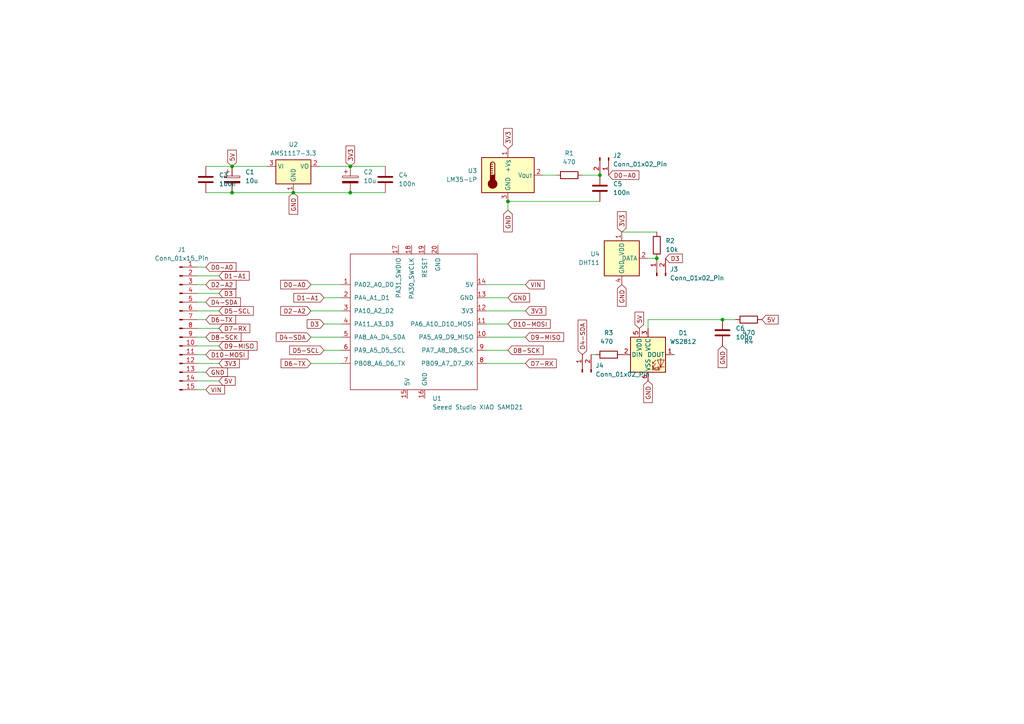
<source format=kicad_sch>
(kicad_sch (version 20231120) (generator "eeschema") (generator_version "8.0")
  (paper "A4")
  (lib_symbols
    (symbol "Connector:Conn_01x02_Pin" (pin_names (offset 1.016) hide)
      (property "Reference" "J" (at 0 2.54 0))
      (property "Value" "Conn_01x02_Pin" (at 0 -5.08 0))
      (symbol "Conn_01x02_Pin_1_1"
        (polyline (pts (xy 1.27 -2.54) (xy 0.8636 -2.54)) (stroke (width 0.1524)))
        (polyline (pts (xy 1.27 0) (xy 0.8636 0)) (stroke (width 0.1524)))
        (rectangle (start 0.8636 -2.413) (end 0 -2.667) (stroke (width 0.1524)) (fill (type outline)))
        (rectangle (start 0.8636 0.127) (end 0 -0.127) (stroke (width 0.1524)) (fill (type outline)))
        (pin passive line (at 5.08 0 180) (length 3.81) (name "Pin_1") (number "1"))
        (pin passive line (at 5.08 -2.54 180) (length 3.81) (name "Pin_2") (number "2"))
      )
    )
    (symbol "Connector:Conn_01x15_Pin" (pin_names (offset 1.016) hide)
      (property "Reference" "J" (at 0 20.32 0))
      (property "Value" "Conn_01x15_Pin" (at 0 -20.32 0))
      (symbol "Conn_01x15_Pin_1_1"
        (polyline (pts (xy 1.27 -17.78) (xy 0.8636 -17.78)) (stroke (width 0.1524)))
        (polyline (pts (xy 1.27 -15.24) (xy 0.8636 -15.24)) (stroke (width 0.1524)))
        (polyline (pts (xy 1.27 -12.7) (xy 0.8636 -12.7)) (stroke (width 0.1524)))
        (polyline (pts (xy 1.27 -10.16) (xy 0.8636 -10.16)) (stroke (width 0.1524)))
        (polyline (pts (xy 1.27 -7.62) (xy 0.8636 -7.62)) (stroke (width 0.1524)))
        (polyline (pts (xy 1.27 -5.08) (xy 0.8636 -5.08)) (stroke (width 0.1524)))
        (polyline (pts (xy 1.27 -2.54) (xy 0.8636 -2.54)) (stroke (width 0.1524)))
        (polyline (pts (xy 1.27 0) (xy 0.8636 0)) (stroke (width 0.1524)))
        (polyline (pts (xy 1.27 2.54) (xy 0.8636 2.54)) (stroke (width 0.1524)))
        (polyline (pts (xy 1.27 5.08) (xy 0.8636 5.08)) (stroke (width 0.1524)))
        (polyline (pts (xy 1.27 7.62) (xy 0.8636 7.62)) (stroke (width 0.1524)))
        (polyline (pts (xy 1.27 10.16) (xy 0.8636 10.16)) (stroke (width 0.1524)))
        (polyline (pts (xy 1.27 12.7) (xy 0.8636 12.7)) (stroke (width 0.1524)))
        (polyline (pts (xy 1.27 15.24) (xy 0.8636 15.24)) (stroke (width 0.1524)))
        (polyline (pts (xy 1.27 17.78) (xy 0.8636 17.78)) (stroke (width 0.1524)))
        (rectangle (start 0.8636 -17.653) (end 0 -17.907) (stroke (width 0.1524)) (fill (type outline)))
        (rectangle (start 0.8636 -15.113) (end 0 -15.367) (stroke (width 0.1524)) (fill (type outline)))
        (rectangle (start 0.8636 -12.573) (end 0 -12.827) (stroke (width 0.1524)) (fill (type outline)))
        (rectangle (start 0.8636 -10.033) (end 0 -10.287) (stroke (width 0.1524)) (fill (type outline)))
        (rectangle (start 0.8636 -7.493) (end 0 -7.747) (stroke (width 0.1524)) (fill (type outline)))
        (rectangle (start 0.8636 -4.953) (end 0 -5.207) (stroke (width 0.1524)) (fill (type outline)))
        (rectangle (start 0.8636 -2.413) (end 0 -2.667) (stroke (width 0.1524)) (fill (type outline)))
        (rectangle (start 0.8636 0.127) (end 0 -0.127) (stroke (width 0.1524)) (fill (type outline)))
        (rectangle (start 0.8636 2.667) (end 0 2.413) (stroke (width 0.1524)) (fill (type outline)))
        (rectangle (start 0.8636 5.207) (end 0 4.953) (stroke (width 0.1524)) (fill (type outline)))
        (rectangle (start 0.8636 7.747) (end 0 7.493) (stroke (width 0.1524)) (fill (type outline)))
        (rectangle (start 0.8636 10.287) (end 0 10.033) (stroke (width 0.1524)) (fill (type outline)))
        (rectangle (start 0.8636 12.827) (end 0 12.573) (stroke (width 0.1524)) (fill (type outline)))
        (rectangle (start 0.8636 15.367) (end 0 15.113) (stroke (width 0.1524)) (fill (type outline)))
        (rectangle (start 0.8636 17.907) (end 0 17.653) (stroke (width 0.1524)) (fill (type outline)))
        (pin passive line (at 5.08 17.78 180) (length 3.81) (name "Pin_1") (number "1"))
        (pin passive line (at 5.08 -5.08 180) (length 3.81) (name "Pin_10") (number "10"))
        (pin passive line (at 5.08 -7.62 180) (length 3.81) (name "Pin_11") (number "11"))
        (pin passive line (at 5.08 -10.16 180) (length 3.81) (name "Pin_12") (number "12"))
        (pin passive line (at 5.08 -12.7 180) (length 3.81) (name "Pin_13") (number "13"))
        (pin passive line (at 5.08 -15.24 180) (length 3.81) (name "Pin_14") (number "14"))
        (pin passive line (at 5.08 -17.78 180) (length 3.81) (name "Pin_15") (number "15"))
        (pin passive line (at 5.08 15.24 180) (length 3.81) (name "Pin_2") (number "2"))
        (pin passive line (at 5.08 12.7 180) (length 3.81) (name "Pin_3") (number "3"))
        (pin passive line (at 5.08 10.16 180) (length 3.81) (name "Pin_4") (number "4"))
        (pin passive line (at 5.08 7.62 180) (length 3.81) (name "Pin_5") (number "5"))
        (pin passive line (at 5.08 5.08 180) (length 3.81) (name "Pin_6") (number "6"))
        (pin passive line (at 5.08 2.54 180) (length 3.81) (name "Pin_7") (number "7"))
        (pin passive line (at 5.08 0 180) (length 3.81) (name "Pin_8") (number "8"))
        (pin passive line (at 5.08 -2.54 180) (length 3.81) (name "Pin_9") (number "9"))
      )
    )
    (symbol "Device:C" (pin_numbers hide) (pin_names (offset 0.254))
      (property "Reference" "C" (at 0.635 2.54 0))
      (property "Value" "C" (at 0.635 -2.54 0))
      (symbol "C_0_1"
        (polyline (pts (xy -2.032 -0.762) (xy 2.032 -0.762)) (stroke (width 0.508)))
        (polyline (pts (xy -2.032 0.762) (xy 2.032 0.762)) (stroke (width 0.508)))
      )
      (symbol "C_1_1"
        (pin passive line (at 0 3.81 270) (length 2.794) (name "~") (number "1"))
        (pin passive line (at 0 -3.81 90) (length 2.794) (name "~") (number "2"))
      )
    )
    (symbol "Device:C_Polarized" (pin_numbers hide) (pin_names (offset 0.254))
      (property "Reference" "C" (at 0.635 2.54 0))
      (property "Value" "C_Polarized" (at 0.635 -2.54 0))
      (symbol "C_Polarized_0_1"
        (rectangle (start -2.286 0.508) (end 2.286 1.016))
        (polyline (pts (xy -1.778 2.286) (xy -0.762 2.286)))
        (polyline (pts (xy -1.27 2.794) (xy -1.27 1.778)))
        (rectangle (start 2.286 -0.508) (end -2.286 -1.016) (fill (type outline)))
      )
      (symbol "C_Polarized_1_1"
        (pin passive line (at 0 3.81 270) (length 2.794) (name "~") (number "1"))
        (pin passive line (at 0 -3.81 90) (length 2.794) (name "~") (number "2"))
      )
    )
    (symbol "Device:R" (pin_numbers hide) (pin_names (offset 0))
      (property "Reference" "R" (at 2.032 0 90))
      (property "Value" "R" (at 0 0 90))
      (symbol "R_0_1"
        (rectangle (start -1.016 -2.54) (end 1.016 2.54) (stroke (width 0.254)))
      )
      (symbol "R_1_1"
        (pin passive line (at 0 3.81 270) (length 1.27) (name "~") (number "1"))
        (pin passive line (at 0 -3.81 90) (length 1.27) (name "~") (number "2"))
      )
    )
    (symbol "LED:WS2812" (pin_names (offset 0.254))
      (property "Reference" "D" (at 5.08 5.715 0))
      (property "Value" "WS2812" (at 1.27 -5.715 0))
      (symbol "WS2812_0_0"
        (text "RGB" (at 2.286 -4.191 0) (effects (font (size 0.762 0.762))))
      )
      (symbol "WS2812_0_1"
        (polyline (pts (xy 1.27 -3.556) (xy 1.778 -3.556)))
        (polyline (pts (xy 1.27 -2.54) (xy 1.778 -2.54)))
        (polyline (pts (xy 4.699 -3.556) (xy 2.667 -3.556)))
        (polyline (pts (xy 2.286 -2.54) (xy 1.27 -3.556) (xy 1.27 -3.048)))
        (polyline (pts (xy 2.286 -1.524) (xy 1.27 -2.54) (xy 1.27 -2.032)))
        (polyline (pts (xy 3.683 -1.016) (xy 3.683 -3.556) (xy 3.683 -4.064)))
        (polyline (pts (xy 4.699 -1.524) (xy 2.667 -1.524) (xy 3.683 -3.556) (xy 4.699 -1.524)))
        (rectangle (start 5.08 5.08) (end -5.08 -5.08) (stroke (width 0.254)) (fill (type background)))
      )
      (symbol "WS2812_1_1"
        (pin output line (at 7.62 0 180) (length 2.54) (name "DOUT") (number "1"))
        (pin input line (at -7.62 0 0) (length 2.54) (name "DIN") (number "2"))
        (pin power_in line (at 0 7.62 270) (length 2.54) (name "VCC") (number "3"))
        (pin no_connect line (at 5.08 2.54 180) (length 2.54) hide (name "NC") (number "4"))
        (pin power_in line (at -2.54 7.62 270) (length 2.54) (name "VDD") (number "5"))
        (pin power_in line (at 0 -7.62 90) (length 2.54) (name "VSS") (number "6"))
      )
    )
    (symbol "Regulator_Linear:AMS1117-3.3"
      (property "Reference" "U" (at -3.81 3.175 0))
      (property "Value" "AMS1117-3.3" (at 0 3.175 0))
      (symbol "AMS1117-3.3_0_1"
        (rectangle (start -5.08 -5.08) (end 5.08 1.905) (stroke (width 0.254)) (fill (type background)))
      )
      (symbol "AMS1117-3.3_1_1"
        (pin power_in line (at 0 -7.62 90) (length 2.54) (name "GND") (number "1"))
        (pin power_out line (at 7.62 0 180) (length 2.54) (name "VO") (number "2"))
        (pin power_in line (at -7.62 0 0) (length 2.54) (name "VI") (number "3"))
      )
    )
    (symbol "Seeed_Studio_XIAO_Series:Seeed Studio XIAO SAMD21" (pin_names (offset 1.016))
      (property "Reference" "U" (at -19.05 22.86 0))
      (property "Value" "Seeed Studio XIAO SAMD21" (at -12.7 21.59 0))
      (symbol "Seeed Studio XIAO SAMD21_0_1"
        (rectangle (start -19.05 20.32) (end 17.78 -19.05))
      )
      (symbol "Seeed Studio XIAO SAMD21_1_1"
        (pin unspecified line (at -21.59 11.43 0) (length 2.54) (name "PA02_A0_D0") (number "1"))
        (pin unspecified line (at 20.32 -3.81 180) (length 2.54) (name "PA5_A9_D9_MISO") (number "10"))
        (pin unspecified line (at 20.32 0 180) (length 2.54) (name "PA6_A10_D10_MOSI") (number "11"))
        (pin unspecified line (at 20.32 3.81 180) (length 2.54) (name "3V3") (number "12"))
        (pin unspecified line (at 20.32 7.62 180) (length 2.54) (name "GND") (number "13"))
        (pin unspecified line (at 20.32 11.43 180) (length 2.54) (name "5V") (number "14"))
        (pin input line (at -2.54 -21.59 90) (length 2.54) (name "5V") (number "15"))
        (pin input line (at 2.54 -21.59 90) (length 2.54) (name "GND") (number "16"))
        (pin input line (at -5.08 22.86 270) (length 2.54) (name "PA31_SWDIO") (number "17"))
        (pin input line (at -1.27 22.86 270) (length 2.54) (name "PA30_SWCLK") (number "18"))
        (pin input line (at 2.54 22.86 270) (length 2.54) (name "RESET") (number "19"))
        (pin unspecified line (at -21.59 7.62 0) (length 2.54) (name "PA4_A1_D1") (number "2"))
        (pin input line (at 6.35 22.86 270) (length 2.54) (name "GND") (number "20"))
        (pin unspecified line (at -21.59 3.81 0) (length 2.54) (name "PA10_A2_D2") (number "3"))
        (pin unspecified line (at -21.59 0 0) (length 2.54) (name "PA11_A3_D3") (number "4"))
        (pin unspecified line (at -21.59 -3.81 0) (length 2.54) (name "PA8_A4_D4_SDA") (number "5"))
        (pin unspecified line (at -21.59 -7.62 0) (length 2.54) (name "PA9_A5_D5_SCL") (number "6"))
        (pin unspecified line (at -21.59 -11.43 0) (length 2.54) (name "PB08_A6_D6_TX") (number "7"))
        (pin unspecified line (at 20.32 -11.43 180) (length 2.54) (name "PB09_A7_D7_RX") (number "8"))
        (pin unspecified line (at 20.32 -7.62 180) (length 2.54) (name "PA7_A8_D8_SCK") (number "9"))
      )
    )
    (symbol "Sensor:DHT11"
      (property "Reference" "U" (at -3.81 6.35 0))
      (property "Value" "DHT11" (at 3.81 6.35 0))
      (symbol "DHT11_0_1"
        (rectangle (start -5.08 5.08) (end 5.08 -5.08) (stroke (width 0.254)) (fill (type background)))
      )
      (symbol "DHT11_1_1"
        (pin power_in line (at 0 7.62 270) (length 2.54) (name "VDD") (number "1"))
        (pin bidirectional line (at 7.62 0 180) (length 2.54) (name "DATA") (number "2"))
        (pin no_connect line (at -5.08 0 0) (length 2.54) hide (name "NC") (number "3"))
        (pin power_in line (at 0 -7.62 90) (length 2.54) (name "GND") (number "4"))
      )
    )
    (symbol "Sensor_Temperature:LM35-LP"
      (property "Reference" "U" (at -6.35 6.35 0))
      (property "Value" "LM35-LP" (at 1.27 6.35 0))
      (symbol "LM35-LP_0_1"
        (rectangle (start -7.62 5.08) (end 7.62 -5.08) (stroke (width 0.254)) (fill (type background)))
        (circle (center -4.445 -2.54) (radius 1.27) (stroke (width 0.254)) (fill (type outline)))
        (rectangle (start -3.81 -1.905) (end -5.08 0) (stroke (width 0.254)) (fill (type outline)))
        (arc (start -3.81 3.175) (mid -4.445 3.8073) (end -5.08 3.175) (stroke (width 0.254)))
        (polyline (pts (xy -5.08 0.635) (xy -4.445 0.635)) (stroke (width 0.254)))
        (polyline (pts (xy -5.08 1.27) (xy -4.445 1.27)) (stroke (width 0.254)))
        (polyline (pts (xy -5.08 1.905) (xy -4.445 1.905)) (stroke (width 0.254)))
        (polyline (pts (xy -5.08 2.54) (xy -4.445 2.54)) (stroke (width 0.254)))
        (polyline (pts (xy -5.08 3.175) (xy -5.08 0)) (stroke (width 0.254)))
        (polyline (pts (xy -5.08 3.175) (xy -4.445 3.175)) (stroke (width 0.254)))
        (polyline (pts (xy -3.81 3.175) (xy -3.81 0)) (stroke (width 0.254)))
      )
      (symbol "LM35-LP_1_1"
        (pin power_in line (at 0 7.62 270) (length 2.54) (name "+V_{S}") (number "1"))
        (pin output line (at 10.16 0 180) (length 2.54) (name "V_{OUT}") (number "2"))
        (pin power_in line (at 0 -7.62 90) (length 2.54) (name "GND") (number "3"))
      )
    )
  )
  (junction (at 101.6 55.88))
  (junction (at 190.5 74.93))
  (junction (at 147.32 58.42))
  (junction (at 209.55 92.71))
  (junction (at 173.99 50.8))
  (junction (at 101.6 48.26))
  (junction (at 67.31 48.26))
  (junction (at 67.31 55.88))
  (junction (at 85.09 55.88))
  (wire (pts (xy 187.96 95.25) (xy 187.96 92.71)))
  (wire (pts (xy 93.98 93.98) (xy 99.06 93.98)))
  (wire (pts (xy 57.15 107.95) (xy 59.69 107.95)))
  (wire (pts (xy 101.6 48.26) (xy 111.76 48.26)))
  (wire (pts (xy 57.15 95.25) (xy 63.5 95.25)))
  (wire (pts (xy 101.6 55.88) (xy 111.76 55.88)))
  (wire (pts (xy 140.97 97.79) (xy 152.4 97.79)))
  (wire (pts (xy 147.32 58.42) (xy 173.99 58.42)))
  (wire (pts (xy 187.96 74.93) (xy 190.5 74.93)))
  (wire (pts (xy 90.17 105.41) (xy 99.06 105.41)))
  (wire (pts (xy 140.97 93.98) (xy 147.32 93.98)))
  (wire (pts (xy 90.17 97.79) (xy 99.06 97.79)))
  (wire (pts (xy 168.91 50.8) (xy 173.99 50.8)))
  (wire (pts (xy 57.15 77.47) (xy 59.69 77.47)))
  (wire (pts (xy 209.55 92.71) (xy 213.36 92.71)))
  (wire (pts (xy 93.98 86.36) (xy 99.06 86.36)))
  (wire (pts (xy 57.15 102.87) (xy 59.69 102.87)))
  (wire (pts (xy 57.15 87.63) (xy 59.69 87.63)))
  (wire (pts (xy 140.97 86.36) (xy 147.32 86.36)))
  (wire (pts (xy 180.34 67.31) (xy 190.5 67.31)))
  (wire (pts (xy 67.31 48.26) (xy 77.47 48.26)))
  (wire (pts (xy 157.48 50.8) (xy 161.29 50.8)))
  (wire (pts (xy 140.97 101.6) (xy 147.32 101.6)))
  (wire (pts (xy 92.71 48.26) (xy 101.6 48.26)))
  (wire (pts (xy 147.32 60.96) (xy 147.32 58.42)))
  (wire (pts (xy 57.15 100.33) (xy 63.5 100.33)))
  (wire (pts (xy 57.15 105.41) (xy 63.5 105.41)))
  (wire (pts (xy 57.15 90.17) (xy 63.5 90.17)))
  (wire (pts (xy 93.98 101.6) (xy 99.06 101.6)))
  (wire (pts (xy 85.09 55.88) (xy 101.6 55.88)))
  (wire (pts (xy 57.15 97.79) (xy 59.69 97.79)))
  (wire (pts (xy 59.69 55.88) (xy 67.31 55.88)))
  (wire (pts (xy 140.97 82.55) (xy 152.4 82.55)))
  (wire (pts (xy 57.15 110.49) (xy 63.5 110.49)))
  (wire (pts (xy 57.15 113.03) (xy 59.69 113.03)))
  (wire (pts (xy 57.15 92.71) (xy 59.69 92.71)))
  (wire (pts (xy 90.17 90.17) (xy 99.06 90.17)))
  (wire (pts (xy 140.97 105.41) (xy 152.4 105.41)))
  (wire (pts (xy 140.97 90.17) (xy 152.4 90.17)))
  (wire (pts (xy 90.17 82.55) (xy 99.06 82.55)))
  (wire (pts (xy 57.15 82.55) (xy 59.69 82.55)))
  (wire (pts (xy 187.96 92.71) (xy 209.55 92.71)))
  (wire (pts (xy 171.45 102.87) (xy 172.72 102.87)))
  (wire (pts (xy 57.15 80.01) (xy 63.5 80.01)))
  (wire (pts (xy 57.15 85.09) (xy 63.5 85.09)))
  (wire (pts (xy 67.31 55.88) (xy 85.09 55.88)))
  (wire (pts (xy 59.69 48.26) (xy 67.31 48.26)))
  (global_label "3V3" (shape input) (at 101.6 48.26 90) (property "Intersheetrefs" "${INTERSHEET_REFS}" (effects (hide yes))))
  (global_label "GND" (shape input) (at 147.32 60.96 270) (property "Intersheetrefs" "${INTERSHEET_REFS}" (effects (hide yes))))
  (global_label "D6-TX" (shape input) (at 59.69 92.71 0) (property "Intersheetrefs" "${INTERSHEET_REFS}" (effects (hide yes))))
  (global_label "D2-A2" (shape input) (at 59.69 82.55 0) (property "Intersheetrefs" "${INTERSHEET_REFS}" (effects (hide yes))))
  (global_label "D4-SDA" (shape input) (at 90.17 97.79 180) (property "Intersheetrefs" "${INTERSHEET_REFS}" (effects (hide yes))))
  (global_label "D8-SCK" (shape input) (at 147.32 101.6 0) (property "Intersheetrefs" "${INTERSHEET_REFS}" (effects (hide yes))))
  (global_label "D10-MOSI" (shape input) (at 147.32 93.98 0) (property "Intersheetrefs" "${INTERSHEET_REFS}" (effects (hide yes))))
  (global_label "D5-SCL" (shape input) (at 63.5 90.17 0) (property "Intersheetrefs" "${INTERSHEET_REFS}" (effects (hide yes))))
  (global_label "D0-A0" (shape input) (at 59.69 77.47 0) (property "Intersheetrefs" "${INTERSHEET_REFS}" (effects (hide yes))))
  (global_label "5V" (shape input) (at 63.5 110.49 0) (property "Intersheetrefs" "${INTERSHEET_REFS}" (effects (hide yes))))
  (global_label "D6-TX" (shape input) (at 90.17 105.41 180) (property "Intersheetrefs" "${INTERSHEET_REFS}" (effects (hide yes))))
  (global_label "D1-A1" (shape input) (at 93.98 86.36 180) (property "Intersheetrefs" "${INTERSHEET_REFS}" (effects (hide yes))))
  (global_label "D4-SDA" (shape input) (at 168.91 102.87 90) (property "Intersheetrefs" "${INTERSHEET_REFS}" (effects (hide yes))))
  (global_label "GND" (shape input) (at 147.32 86.36 0) (property "Intersheetrefs" "${INTERSHEET_REFS}" (effects (hide yes))))
  (global_label "5V" (shape input) (at 67.31 48.26 90) (property "Intersheetrefs" "${INTERSHEET_REFS}" (effects (hide yes))))
  (global_label "D3" (shape input) (at 93.98 93.98 180) (property "Intersheetrefs" "${INTERSHEET_REFS}" (effects (hide yes))))
  (global_label "D4-SDA" (shape input) (at 59.69 87.63 0) (property "Intersheetrefs" "${INTERSHEET_REFS}" (effects (hide yes))))
  (global_label "D8-SCK" (shape input) (at 59.69 97.79 0) (property "Intersheetrefs" "${INTERSHEET_REFS}" (effects (hide yes))))
  (global_label "GND" (shape input) (at 85.09 55.88 270) (property "Intersheetrefs" "${INTERSHEET_REFS}" (effects (hide yes))))
  (global_label "D0-A0" (shape input) (at 90.17 82.55 180) (property "Intersheetrefs" "${INTERSHEET_REFS}" (effects (hide yes))))
  (global_label "5V" (shape input) (at 220.98 92.71 0) (property "Intersheetrefs" "${INTERSHEET_REFS}" (effects (hide yes))))
  (global_label "D3" (shape input) (at 193.04 74.93 0) (property "Intersheetrefs" "${INTERSHEET_REFS}" (effects (hide yes))))
  (global_label "VIN" (shape input) (at 59.69 113.03 0) (property "Intersheetrefs" "${INTERSHEET_REFS}" (effects (hide yes))))
  (global_label "D7-RX" (shape input) (at 63.5 95.25 0) (property "Intersheetrefs" "${INTERSHEET_REFS}" (effects (hide yes))))
  (global_label "D1-A1" (shape input) (at 63.5 80.01 0) (property "Intersheetrefs" "${INTERSHEET_REFS}" (effects (hide yes))))
  (global_label "D5-SCL" (shape input) (at 93.98 101.6 180) (property "Intersheetrefs" "${INTERSHEET_REFS}" (effects (hide yes))))
  (global_label "D9-MISO" (shape input) (at 63.5 100.33 0) (property "Intersheetrefs" "${INTERSHEET_REFS}" (effects (hide yes))))
  (global_label "D7-RX" (shape input) (at 152.4 105.41 0) (property "Intersheetrefs" "${INTERSHEET_REFS}" (effects (hide yes))))
  (global_label "D2-A2" (shape input) (at 90.17 90.17 180) (property "Intersheetrefs" "${INTERSHEET_REFS}" (effects (hide yes))))
  (global_label "3V3" (shape input) (at 152.4 90.17 0) (property "Intersheetrefs" "${INTERSHEET_REFS}" (effects (hide yes))))
  (global_label "D10-MOSI" (shape input) (at 59.69 102.87 0) (property "Intersheetrefs" "${INTERSHEET_REFS}" (effects (hide yes))))
  (global_label "GND" (shape input) (at 180.34 82.55 270) (property "Intersheetrefs" "${INTERSHEET_REFS}" (effects (hide yes))))
  (global_label "GND" (shape input) (at 209.55 100.33 270) (property "Intersheetrefs" "${INTERSHEET_REFS}" (effects (hide yes))))
  (global_label "3V3" (shape input) (at 147.32 43.18 90) (property "Intersheetrefs" "${INTERSHEET_REFS}" (effects (hide yes))))
  (global_label "D9-MISO" (shape input) (at 152.4 97.79 0) (property "Intersheetrefs" "${INTERSHEET_REFS}" (effects (hide yes))))
  (global_label "D0-A0" (shape input) (at 176.53 50.8 0) (property "Intersheetrefs" "${INTERSHEET_REFS}" (effects (hide yes))))
  (global_label "VIN" (shape input) (at 152.4 82.55 0) (property "Intersheetrefs" "${INTERSHEET_REFS}" (effects (hide yes))))
  (global_label "D3" (shape input) (at 63.5 85.09 0) (property "Intersheetrefs" "${INTERSHEET_REFS}" (effects (hide yes))))
  (global_label "3V3" (shape input) (at 63.5 105.41 0) (property "Intersheetrefs" "${INTERSHEET_REFS}" (effects (hide yes))))
  (global_label "GND" (shape input) (at 59.69 107.95 0) (property "Intersheetrefs" "${INTERSHEET_REFS}" (effects (hide yes))))
  (global_label "GND" (shape input) (at 187.96 110.49 270) (property "Intersheetrefs" "${INTERSHEET_REFS}" (effects (hide yes))))
  (global_label "5V" (shape input) (at 185.42 95.25 90) (property "Intersheetrefs" "${INTERSHEET_REFS}" (effects (hide yes))))
  (global_label "3V3" (shape input) (at 180.34 67.31 90) (property "Intersheetrefs" "${INTERSHEET_REFS}" (effects (hide yes))))
  (symbol (lib_id "Connector:Conn_01x02_Pin") (at 168.91 107.95 90) (unit 1)
    (property "Reference" "J4" (at 172.72 106.0449 90) (effects (justify right)))
    (property "Value" "Conn_01x02_Pin" (at 172.72 108.5849 90) (effects (justify right)))
    (property "Footprint" "Connector_PinHeader_2.54mm:PinHeader_1x02_P2.54mm_Vertical" (effects (hide yes)))
    (property "Description" "Generic connector, single row, 01x02, script generated" (effects (hide yes)))
  )
  (symbol (lib_id "Seeed_Studio_XIAO_Series:Seeed Studio XIAO SAMD21") (at 120.65 93.98 0) (unit 1)
    (property "Reference" "U1" (at 125.3841 115.57 0) (effects (justify left)))
    (property "Value" "Seeed Studio XIAO SAMD21" (at 125.3841 118.11 0) (effects (justify left)))
    (property "Footprint" "XIAO:Seeeduino XIAO-MOUDLE14P-2.54-21X17.8MM" (effects (hide yes)))
  )
  (symbol (lib_id "Device:C") (at 111.76 52.07 0) (unit 1)
    (property "Reference" "C4" (at 115.57 50.7999 0) (effects (justify left)))
    (property "Value" "100n" (at 115.57 53.3399 0) (effects (justify left)))
    (property "Footprint" "Capacitor_SMD:C_0805_2012Metric" (effects (hide yes)))
    (property "Description" "Unpolarized capacitor" (effects (hide yes)))
  )
  (symbol (lib_id "Sensor:DHT11") (at 180.34 74.93 0) (unit 1)
    (property "Reference" "U4" (at 173.99 73.6599 0) (effects (justify right)))
    (property "Value" "DHT11" (at 173.99 76.1999 0) (effects (justify right)))
    (property "Footprint" "Sensor:Aosong_DHT11_5.5x12.0_P2.54mm" (effects (hide yes)))
    (property "Datasheet" "http://akizukidenshi.com/download/ds/aosong/DHT11.pdf" (effects (hide yes)))
    (property "Description" "3.3V to 5.5V, temperature and humidity module, DHT11" (effects (hide yes)))
  )
  (symbol (lib_id "Device:R") (at 190.5 71.12 180) (unit 1)
    (property "Reference" "R2" (at 193.04 69.8499 0) (effects (justify right)))
    (property "Value" "10k" (at 193.04 72.3899 0) (effects (justify right)))
    (property "Footprint" "Resistor_SMD:R_0805_2012Metric" (effects (hide yes)))
    (property "Description" "Resistor" (effects (hide yes)))
  )
  (symbol (lib_id "Connector:Conn_01x02_Pin") (at 190.5 80.01 90) (unit 1)
    (property "Reference" "J3" (at 194.31 78.1049 90) (effects (justify right)))
    (property "Value" "Conn_01x02_Pin" (at 194.31 80.6449 90) (effects (justify right)))
    (property "Footprint" "Connector_PinHeader_2.54mm:PinHeader_1x02_P2.54mm_Vertical" (effects (hide yes)))
    (property "Description" "Generic connector, single row, 01x02, script generated" (effects (hide yes)))
  )
  (symbol (lib_id "Sensor_Temperature:LM35-LP") (at 147.32 50.8 0) (unit 1)
    (property "Reference" "U3" (at 138.43 49.5299 0) (effects (justify right)))
    (property "Value" "LM35-LP" (at 138.43 52.0699 0) (effects (justify right)))
    (property "Footprint" "Package_TO_SOT_THT:TO-92_Inline" (effects (hide yes)))
    (property "Datasheet" "http://www.ti.com/lit/ds/symlink/lm35.pdf" (effects (hide yes)))
    (property "Description" "Precision centigrade temperature sensor, TO-92" (effects (hide yes)))
  )
  (symbol (lib_id "Connector:Conn_01x02_Pin") (at 176.53 45.72 270) (unit 1)
    (property "Reference" "J2" (at 177.8 45.0849 90) (effects (justify left)))
    (property "Value" "Conn_01x02_Pin" (at 177.8 47.6249 90) (effects (justify left)))
    (property "Footprint" "Connector_PinHeader_2.54mm:PinHeader_1x02_P2.54mm_Vertical" (effects (hide yes)))
    (property "Description" "Generic connector, single row, 01x02, script generated" (effects (hide yes)))
  )
  (symbol (lib_id "Device:C_Polarized") (at 101.6 52.07 0) (unit 1)
    (property "Reference" "C2" (at 105.41 49.9109 0) (effects (justify left)))
    (property "Value" "10u" (at 105.41 52.4509 0) (effects (justify left)))
    (property "Footprint" "Capacitor_SMD:CP_Elec_4x5.4" (effects (hide yes)))
    (property "Description" "Polarized capacitor" (effects (hide yes)))
  )
  (symbol (lib_id "Device:C") (at 173.99 54.61 0) (unit 1)
    (property "Reference" "C5" (at 177.8 53.3399 0) (effects (justify left)))
    (property "Value" "100n" (at 177.8 55.8799 0) (effects (justify left)))
    (property "Footprint" "Capacitor_SMD:C_0805_2012Metric" (effects (hide yes)))
    (property "Description" "Unpolarized capacitor" (effects (hide yes)))
  )
  (symbol (lib_id "LED:WS2812") (at 187.96 102.87 0) (unit 1)
    (property "Reference" "D1" (at 198.12 96.5514 0))
    (property "Value" "WS2812" (at 198.12 99.0914 0))
    (property "Footprint" "LED_SMD:LED_WS2812_PLCC6_5.0x5.0mm_P1.6mm" (effects (hide yes)))
    (property "Datasheet" "https://cdn-shop.adafruit.com/datasheets/WS2812.pdf" (effects (hide yes)))
    (property "Description" "RGB LED with integrated controller" (effects (hide yes)))
  )
  (symbol (lib_id "Device:R") (at 217.17 92.71 270) (unit 1)
    (property "Reference" "R4" (at 217.17 99.06 90))
    (property "Value" "470" (at 217.17 96.52 90))
    (property "Footprint" "Resistor_SMD:R_0805_2012Metric" (effects (hide yes)))
    (property "Description" "Resistor" (effects (hide yes)))
  )
  (symbol (lib_id "Connector:Conn_01x15_Pin") (at 52.07 95.25 0) (unit 1)
    (property "Reference" "J1" (at 52.705 72.39 0))
    (property "Value" "Conn_01x15_Pin" (at 52.705 74.93 0))
    (property "Footprint" "Connector_PinHeader_2.54mm:PinHeader_1x15_P2.54mm_Vertical" (effects (hide yes)))
    (property "Description" "Generic connector, single row, 01x15, script generated" (effects (hide yes)))
  )
  (symbol (lib_id "Device:R") (at 165.1 50.8 90) (unit 1)
    (property "Reference" "R1" (at 165.1 44.45 90))
    (property "Value" "470" (at 165.1 46.99 90))
    (property "Footprint" "Resistor_SMD:R_0805_2012Metric" (effects (hide yes)))
    (property "Description" "Resistor" (effects (hide yes)))
  )
  (symbol (lib_id "Device:C") (at 209.55 96.52 0) (unit 1)
    (property "Reference" "C6" (at 213.36 95.2499 0) (effects (justify left)))
    (property "Value" "100n" (at 213.36 97.7899 0) (effects (justify left)))
    (property "Footprint" "Capacitor_SMD:C_0805_2012Metric" (effects (hide yes)))
    (property "Description" "Unpolarized capacitor" (effects (hide yes)))
  )
  (symbol (lib_id "Device:C") (at 59.69 52.07 0) (unit 1)
    (property "Reference" "C3" (at 63.5 50.7999 0) (effects (justify left)))
    (property "Value" "100n" (at 63.5 53.3399 0) (effects (justify left)))
    (property "Footprint" "Capacitor_SMD:C_0805_2012Metric" (effects (hide yes)))
    (property "Description" "Unpolarized capacitor" (effects (hide yes)))
  )
  (symbol (lib_id "Device:C_Polarized") (at 67.31 52.07 0) (unit 1)
    (property "Reference" "C1" (at 71.12 49.9109 0) (effects (justify left)))
    (property "Value" "10u" (at 71.12 52.4509 0) (effects (justify left)))
    (property "Footprint" "Capacitor_SMD:CP_Elec_4x5.4" (effects (hide yes)))
    (property "Description" "Polarized capacitor" (effects (hide yes)))
  )
  (symbol (lib_id "Regulator_Linear:AMS1117-3.3") (at 85.09 48.26 0) (unit 1)
    (property "Reference" "U2" (at 85.09 41.91 0))
    (property "Value" "AMS1117-3.3" (at 85.09 44.45 0))
    (property "Footprint" "Package_TO_SOT_SMD:SOT-223-3_TabPin2" (effects (hide yes)))
    (property "Datasheet" "http://www.advanced-monolithic.com/pdf/ds1117.pdf" (effects (hide yes)))
    (property "Description" "1A Low Dropout regulator, positive, 3.3V fixed output, SOT-223" (effects (hide yes)))
  )
  (symbol (lib_id "Device:R") (at 176.53 102.87 270) (unit 1)
    (property "Reference" "R3" (at 176.53 96.52 90))
    (property "Value" "470	" (at 176.53 99.06 90))
    (property "Footprint" "Resistor_SMD:R_0805_2012Metric" (effects (hide yes)))
    (property "Description" "Resistor" (effects (hide yes)))
  )
)
</source>
